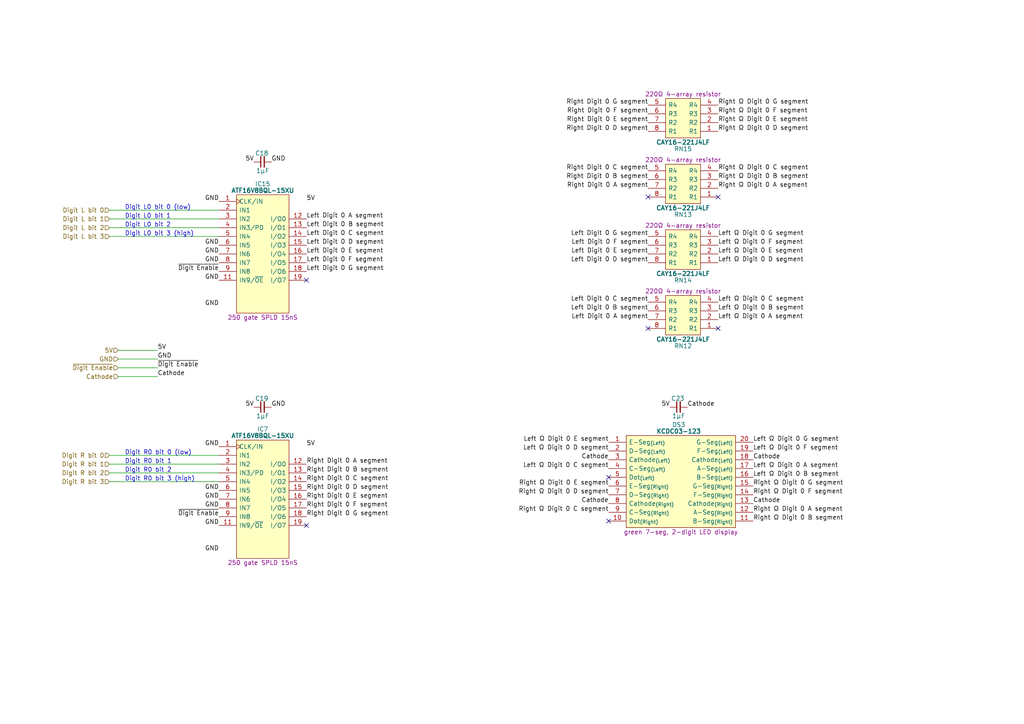
<source format=kicad_sch>
(kicad_sch (version 20231120) (generator "eeschema") (generator_version "8.0")
  (paper "A4")
  (lib_symbols
    (symbol "Bourns:CAY16-221J4LF" (pin_names (offset 0.762))
      (property "Reference" "RN" (at 10.16 5.08 0))
      (property "Value" "CAY16-221J4LF" (at 10.16 3.175 0))
      (property "Description" "220Ω 4-array resistor" (at 10.16 -10.795 0))
      (symbol "CAY16-221J4LF_0_0"
        (pin passive line (at 0 0 0) (length 5.08) (name "R1") (number "1"))
        (pin passive line (at 0 -2.54 0) (length 5.08) (name "R2") (number "2"))
        (pin passive line (at 0 -5.08 0) (length 5.08) (name "R3") (number "3"))
        (pin passive line (at 0 -7.62 0) (length 5.08) (name "R4") (number "4"))
        (pin passive line (at 20.32 -7.62 180) (length 5.08) (name "R4") (number "5"))
        (pin passive line (at 20.32 -5.08 180) (length 5.08) (name "R3") (number "6"))
        (pin passive line (at 20.32 -2.54 180) (length 5.08) (name "R2") (number "7"))
        (pin passive line (at 20.32 0 180) (length 5.08) (name "R1") (number "8"))
      )
      (symbol "CAY16-221J4LF_0_1"
        (polyline (pts (xy 5.08 1.905) (xy 15.24 1.905) (xy 15.24 -9.525) (xy 5.08 -9.525) (xy 5.08 1.905)) (stroke (width 0.1524)) (fill (type background)))
      )
    )
    (symbol "HCP65:C_0805" (pin_numbers hide) (pin_names (offset 0.254) hide)
      (property "Reference" "C" (at 2.286 2.54 0))
      (property "Value" "?μF" (at 2.54 -2.54 0))
      (symbol "C_0805_0_1"
        (polyline (pts (xy 1.9685 -1.4605) (xy 1.9685 1.5875)) (stroke (width 0.3048)))
        (polyline (pts (xy 2.9845 -1.4605) (xy 2.9845 1.5875)) (stroke (width 0.3302)))
      )
      (symbol "C_0805_1_1"
        (pin passive line (at 0 0 0) (length 2.032) (name "~") (number "1"))
        (pin passive line (at 5.08 0 180) (length 2.032) (name "~") (number "2"))
      )
    )
    (symbol "Kingbright:KCDC03-123" (pin_names (offset 0.762))
      (property "Reference" "DS" (at 20.32 5.08 0))
      (property "Value" "KCDC03-123" (at 20.32 3.175 0))
      (property "Description" "green 7-seg, 2-digit LED display" (at 20.955 -26.035 0))
      (symbol "KCDC03-123_0_0"
        (pin input line (at 0 0 0) (length 5.08) (name "E-Seg_{(Left)}") (number "1"))
        (pin input line (at 0 -22.86 0) (length 5.08) (name "Dot_{(Right)}") (number "10"))
        (pin input line (at 41.91 -22.86 180) (length 5.08) (name "B-Seg_{(Right)}") (number "11"))
        (pin input line (at 41.91 -20.32 180) (length 5.08) (name "A-Seg_{(Right)}") (number "12"))
        (pin passive line (at 41.91 -17.78 180) (length 5.08) (name "Cathode_{(Right)}") (number "13"))
        (pin input line (at 41.91 -15.24 180) (length 5.08) (name "F-Seg_{(Right)}") (number "14"))
        (pin input line (at 41.91 -12.7 180) (length 5.08) (name "G-Seg_{(Right)}") (number "15"))
        (pin input line (at 41.91 -10.16 180) (length 5.08) (name "B-Seg_{(Left)}") (number "16"))
        (pin input line (at 41.91 -7.62 180) (length 5.08) (name "A-Seg_{(Left)}") (number "17"))
        (pin passive line (at 41.91 -5.08 180) (length 5.08) (name "Cathode_{(Left)}") (number "18"))
        (pin input line (at 41.91 -2.54 180) (length 5.08) (name "F-Seg_{(Left)}") (number "19"))
        (pin input line (at 0 -2.54 0) (length 5.08) (name "D-Seg_{(Left)}") (number "2"))
        (pin input line (at 41.91 0 180) (length 5.08) (name "G-Seg_{(Left)}") (number "20"))
        (pin passive line (at 0 -5.08 0) (length 5.08) (name "Cathode_{(Left)}") (number "3"))
        (pin input line (at 0 -7.62 0) (length 5.08) (name "C-Seg_{(Left)}") (number "4"))
        (pin input line (at 0 -10.16 0) (length 5.08) (name "Dot_{(Left)}") (number "5"))
        (pin input line (at 0 -12.7 0) (length 5.08) (name "E-Seg_{(Right)}") (number "6"))
        (pin input line (at 0 -15.24 0) (length 5.08) (name "D-Seg_{(Right)}") (number "7"))
        (pin passive line (at 0 -17.78 0) (length 5.08) (name "Cathode_{(Right)}") (number "8"))
        (pin input line (at 0 -20.32 0) (length 5.08) (name "C-Seg_{(Right)}") (number "9"))
      )
      (symbol "KCDC03-123_0_1"
        (polyline (pts (xy 5.08 1.905) (xy 36.83 1.905) (xy 36.83 -24.765) (xy 5.08 -24.765) (xy 5.08 1.905)) (stroke (width 0.1524)) (fill (type background)))
      )
    )
    (symbol "Microchip:ATF16V8BQL-15XU" (pin_names (offset 0.762))
      (property "Reference" "IC" (at 12.7 5.08 0))
      (property "Value" "ATF16V8BQL-15XU" (at 12.7 3.175 0))
      (property "Description" "250 gate SPLD 15nS" (at 12.7 -33.655 0))
      (symbol "ATF16V8BQL-15XU_0_0"
        (pin input line (at 0 -22.86 0) (length 5.08) (name "IN9/~{OE}") (number "11"))
        (pin tri_state line (at 25.4 -5.08 180) (length 5.08) (name "I/O0") (number "12"))
        (pin tri_state line (at 25.4 -7.62 180) (length 5.08) (name "I/O1") (number "13"))
        (pin tri_state line (at 25.4 -10.16 180) (length 5.08) (name "I/O2") (number "14"))
        (pin tri_state line (at 25.4 -12.7 180) (length 5.08) (name "I/O3") (number "15"))
        (pin tri_state line (at 25.4 -15.24 180) (length 5.08) (name "I/O4") (number "16"))
        (pin tri_state line (at 25.4 -17.78 180) (length 5.08) (name "I/O5") (number "17"))
        (pin tri_state line (at 25.4 -20.32 180) (length 5.08) (name "I/O6") (number "18"))
        (pin tri_state line (at 25.4 -22.86 180) (length 5.08) (name "I/O7") (number "19"))
        (pin input line (at 0 -2.54 0) (length 5.08) (name "IN1") (number "2"))
        (pin input line (at 0 -5.08 0) (length 5.08) (name "IN2") (number "3"))
        (pin input line (at 0 -7.62 0) (length 5.08) (name "IN3/PD") (number "4"))
        (pin input line (at 0 -10.16 0) (length 5.08) (name "IN4") (number "5"))
        (pin input line (at 0 -12.7 0) (length 5.08) (name "IN5") (number "6"))
        (pin input line (at 0 -15.24 0) (length 5.08) (name "IN6") (number "7"))
        (pin input line (at 0 -17.78 0) (length 5.08) (name "IN7") (number "8"))
        (pin input line (at 0 -20.32 0) (length 5.08) (name "IN8") (number "9"))
      )
      (symbol "ATF16V8BQL-15XU_0_1"
        (polyline (pts (xy 5.08 1.905) (xy 20.32 1.905) (xy 20.32 -32.385) (xy 5.08 -32.385) (xy 5.08 1.905)) (stroke (width 0.1524)) (fill (type background)))
      )
      (symbol "ATF16V8BQL-15XU_1_0"
        (pin input clock (at 0 0 0) (length 5.08) (name "CLK/IN") (number "1"))
        (pin passive line (at 0 -30.48 0) (length 5.08) hide (name "GND") (number "10"))
        (pin passive line (at 25.4 0 180) (length 5.08) hide (name "5V") (number "20"))
      )
    )
  )
  (no_connect (at 88.9 152.4))
  (no_connect (at 208.28 57.15))
  (no_connect (at 88.9 81.28))
  (no_connect (at 176.53 138.43))
  (no_connect (at 208.28 95.25))
  (no_connect (at 176.53 151.13))
  (no_connect (at 187.96 57.15))
  (no_connect (at 187.96 95.25))
  (wire (pts (xy 31.75 132.08) (xy 63.5 132.08)))
  (wire (pts (xy 34.29 104.14) (xy 45.72 104.14)))
  (wire (pts (xy 34.29 109.22) (xy 45.72 109.22)))
  (wire (pts (xy 34.29 101.6) (xy 45.72 101.6)))
  (wire (pts (xy 34.29 106.68) (xy 45.72 106.68)))
  (wire (pts (xy 31.75 134.62) (xy 63.5 134.62)))
  (wire (pts (xy 31.75 137.16) (xy 63.5 137.16)))
  (wire (pts (xy 31.75 66.04) (xy 63.5 66.04)))
  (wire (pts (xy 31.75 139.7) (xy 63.5 139.7)))
  (wire (pts (xy 31.75 68.58) (xy 63.5 68.58)))
  (wire (pts (xy 31.75 63.5) (xy 63.5 63.5)))
  (wire (pts (xy 31.75 60.96) (xy 63.5 60.96)))
  (text "Digit R0 bit 0 (low)" (at 36.195 132.08 0) (effects (font (size 1.27 1.27)) (justify left bottom)))
  (text "Digit R0 bit 3 (high)" (at 36.195 139.7 0) (effects (font (size 1.27 1.27)) (justify left bottom)))
  (text "Digit R0 bit 2\n" (at 36.195 137.16 0) (effects (font (size 1.27 1.27)) (justify left bottom)))
  (text "Digit L0 bit 0 (low)" (at 36.195 60.96 0) (effects (font (size 1.27 1.27)) (justify left bottom)))
  (text "Digit L0 bit 2" (at 36.195 66.04 0) (effects (font (size 1.27 1.27)) (justify left bottom)))
  (text "Digit R0 bit 1" (at 36.195 134.62 0) (effects (font (size 1.27 1.27)) (justify left bottom)))
  (text "Digit L0 bit 3 (high)" (at 36.195 68.58 0) (effects (font (size 1.27 1.27)) (justify left bottom)))
  (text "Digit L0 bit 1" (at 36.195 63.5 0) (effects (font (size 1.27 1.27)) (justify left bottom)))
  (label "5V" (at 88.9 129.54 0))
  (label "GND" (at 63.5 160.02 180))
  (label "GND" (at 63.5 76.2 180))
  (label "GND" (at 63.5 81.28 180))
  (label "Left Ω Digit 0 D segment" (at 176.53 130.81 180))
  (label "GND" (at 63.5 142.24 180))
  (label "Left Digit 0 C segment" (at 88.9 68.58 0))
  (label "Left Digit 0 F segment" (at 187.96 71.12 180))
  (label "Right Ω Digit 0 B segment" (at 208.28 52.07 0))
  (label "Left Ω Digit 0 E segment" (at 208.28 73.66 0))
  (label "Right Digit 0 A segment" (at 187.96 54.61 180))
  (label "Right Digit 0 A segment" (at 88.9 134.62 0))
  (label "5V" (at 194.31 118.11 180))
  (label "Right Digit 0 B segment" (at 187.96 52.07 180))
  (label "Left Ω Digit 0 C segment" (at 176.53 135.89 180))
  (label "Left Ω Digit 0 G segment" (at 208.28 68.58 0))
  (label "Cathode" (at 176.53 146.05 180))
  (label "Left Ω Digit 0 D segment" (at 208.28 76.2 0))
  (label "Left Digit 0 E segment" (at 88.9 73.66 0))
  (label "Cathode" (at 199.39 118.11 0))
  (label "Right Digit 0 F segment" (at 187.96 33.02 180))
  (label "Left Digit 0 D segment" (at 187.96 76.2 180))
  (label "Left Ω Digit 0 A segment" (at 218.44 135.89 0))
  (label "GND" (at 63.5 73.66 180))
  (label "Left Digit 0 B segment" (at 187.96 90.17 180))
  (label "Right Digit 0 D segment" (at 187.96 38.1 180))
  (label "5V" (at 45.72 101.6 0))
  (label "~{Digit Enable}" (at 63.5 78.74 180))
  (label "Right Ω Digit 0 G segment" (at 208.28 30.48 0))
  (label "Cathode" (at 176.53 133.35 180))
  (label "Right Ω Digit 0 F segment" (at 218.44 143.51 0))
  (label "Left Digit 0 G segment" (at 88.9 78.74 0))
  (label "Left Ω Digit 0 A segment" (at 208.28 92.71 0))
  (label "GND" (at 63.5 147.32 180))
  (label "Right Digit 0 B segment" (at 88.9 137.16 0))
  (label "Left Digit 0 E segment" (at 187.96 73.66 180))
  (label "Left Digit 0 A segment" (at 88.9 63.5 0))
  (label "Right Digit 0 E segment" (at 88.9 144.78 0))
  (label "Right Ω Digit 0 E segment" (at 176.53 140.97 180))
  (label "Left Digit 0 D segment" (at 88.9 71.12 0))
  (label "GND" (at 63.5 152.4 180))
  (label "Right Digit 0 C segment" (at 187.96 49.53 180))
  (label "Left Digit 0 F segment" (at 88.9 76.2 0))
  (label "Left Digit 0 C segment" (at 187.96 87.63 180))
  (label "Right Ω Digit 0 G segment" (at 218.44 140.97 0))
  (label "GND" (at 78.74 118.11 0))
  (label "Cathode" (at 45.72 109.22 0))
  (label "Left Digit 0 B segment" (at 88.9 66.04 0))
  (label "Cathode" (at 218.44 133.35 0))
  (label "GND" (at 63.5 71.12 180))
  (label "~{Digit Enable}" (at 63.5 149.86 180))
  (label "Cathode" (at 218.44 146.05 0))
  (label "5V" (at 73.66 118.11 180))
  (label "GND" (at 63.5 129.54 180))
  (label "Right Ω Digit 0 E segment" (at 208.28 35.56 0))
  (label "5V" (at 88.9 58.42 0))
  (label "Left Ω Digit 0 B segment" (at 218.44 138.43 0))
  (label "~{Digit Enable}" (at 45.72 106.68 0))
  (label "Right Digit 0 G segment" (at 187.96 30.48 180))
  (label "Right Digit 0 E segment" (at 187.96 35.56 180))
  (label "Right Ω Digit 0 B segment" (at 218.44 151.13 0))
  (label "Right Digit 0 D segment" (at 88.9 142.24 0))
  (label "Left Ω Digit 0 C segment" (at 208.28 87.63 0))
  (label "5V" (at 73.66 46.99 180))
  (label "GND" (at 63.5 88.9 180))
  (label "Right Ω Digit 0 A segment" (at 208.28 54.61 0))
  (label "GND" (at 78.74 46.99 0))
  (label "Right Digit 0 F segment" (at 88.9 147.32 0))
  (label "Left Ω Digit 0 F segment" (at 218.44 130.81 0))
  (label "Right Ω Digit 0 D segment" (at 208.28 38.1 0))
  (label "Left Ω Digit 0 E segment" (at 176.53 128.27 180))
  (label "Right Digit 0 G segment" (at 88.9 149.86 0))
  (label "GND" (at 63.5 58.42 180))
  (label "Right Ω Digit 0 C segment" (at 208.28 49.53 0))
  (label "Right Ω Digit 0 C segment" (at 176.53 148.59 180))
  (label "Left Ω Digit 0 B segment" (at 208.28 90.17 0))
  (label "GND" (at 45.72 104.14 0))
  (label "Left Ω Digit 0 F segment" (at 208.28 71.12 0))
  (label "Right Digit 0 C segment" (at 88.9 139.7 0))
  (label "GND" (at 63.5 144.78 180))
  (label "Left Ω Digit 0 G segment" (at 218.44 128.27 0))
  (label "Right Ω Digit 0 F segment" (at 208.28 33.02 0))
  (label "Left Digit 0 A segment" (at 187.96 92.71 180))
  (label "Left Digit 0 G segment" (at 187.96 68.58 180))
  (label "Right Ω Digit 0 A segment" (at 218.44 148.59 0))
  (label "Right Ω Digit 0 D segment" (at 176.53 143.51 180))
  (hierarchical_label "~{Digit Enable}" (shape input) (at 34.29 106.68 180))
  (hierarchical_label "Digit L bit 3" (shape input) (at 31.75 68.58 180))
  (hierarchical_label "5V" (shape input) (at 34.29 101.6 180))
  (hierarchical_label "Digit L bit 2" (shape input) (at 31.75 66.04 180))
  (hierarchical_label "Digit R bit 2" (shape input) (at 31.75 137.16 180))
  (hierarchical_label "GND" (shape input) (at 34.29 104.14 180))
  (hierarchical_label "Digit R bit 0" (shape input) (at 31.75 132.08 180))
  (hierarchical_label "Digit L bit 1" (shape input) (at 31.75 63.5 180))
  (hierarchical_label "Digit L bit 0" (shape input) (at 31.75 60.96 180))
  (hierarchical_label "Digit R bit 3" (shape input) (at 31.75 139.7 180))
  (hierarchical_label "Cathode" (shape input) (at 34.29 109.22 180))
  (hierarchical_label "Digit R bit 1" (shape input) (at 31.75 134.62 180))
  (symbol (lib_id "Bourns:CAY16-221J4LF") (at 208.28 95.25 180) (unit 1)
    (property "Reference" "RN12" (at 198.12 100.33 0))
    (property "Value" "CAY16-221J4LF" (at 198.12 98.425 0) (effects (font (bold yes))))
    (property "Footprint" "SamacSys_Parts:CAY16-F4" (effects (hide yes)))
    (property "Datasheet" "https://www.bourns.com/docs/Product-Datasheets/CATCAY.pdf" (effects (hide yes)))
    (property "Description" "220Ω 4-array resistor" (at 198.12 84.455 0))
    (property "Height" "0.6" (effects (hide yes)))
    (property "Manufacturer_Name" "Bourns" (effects (hide yes)))
    (property "Manufacturer_Part_Number" "CAY16-221J4LF" (effects (hide yes)))
    (property "Mouser Part Number" "652-CAY16-221J4LF" (effects (hide yes)))
    (property "Mouser Price/Stock" "https://www.mouser.co.uk/ProductDetail/Bourns/CAY16-221J4LF?qs=BKfsZh40Pd9sAo64tUrb9Q%3D%3D" (effects (hide yes)))
    (property "Arrow Part Number" "CAY16-221J4LF" (effects (hide yes)))
    (property "Arrow Price/Stock" "https://www.arrow.com/en/products/cay16-221j4lf/bourns?region=nac" (effects (hide yes)))
    (property "Silkscreen" "220Ω" (effects (hide yes)))
    (property "Garbage" "Bourns CAY16 Series 220 +/-5% Isolated SMT Resistor Array, 4 Resistors, 0.25W total 1206 (3216M) package Convex" (effects (hide yes)))
    (instances (project "W65C816 Debug Display" (path "" (reference "RN12") (unit 1)) (path "" (reference "RN8") (unit 1))))
  )
  (symbol (lib_id "HCP65:C_0805") (at 73.66 118.11 0) (unit 1)
    (property "Reference" "C19" (at 75.946 115.57 0))
    (property "Value" "1µF" (at 76.2 120.65 0))
    (property "Footprint" "SamacSys_Parts:C_0805" (effects (hide yes)))
    (instances (project "W65C816 Debug Display" (path "" (reference "C19") (unit 1)) (path "" (reference "C15") (unit 1))))
  )
  (symbol (lib_id "Bourns:CAY16-221J4LF") (at 208.28 38.1 180) (unit 1)
    (property "Reference" "RN15" (at 198.12 43.18 0))
    (property "Value" "CAY16-221J4LF" (at 198.12 41.275 0) (effects (font (bold yes))))
    (property "Footprint" "SamacSys_Parts:CAY16-F4" (effects (hide yes)))
    (property "Datasheet" "https://www.bourns.com/docs/Product-Datasheets/CATCAY.pdf" (effects (hide yes)))
    (property "Description" "220Ω 4-array resistor" (at 198.12 27.305 0))
    (property "Height" "0.6" (effects (hide yes)))
    (property "Manufacturer_Name" "Bourns" (effects (hide yes)))
    (property "Manufacturer_Part_Number" "CAY16-221J4LF" (effects (hide yes)))
    (property "Mouser Part Number" "652-CAY16-221J4LF" (effects (hide yes)))
    (property "Mouser Price/Stock" "https://www.mouser.co.uk/ProductDetail/Bourns/CAY16-221J4LF?qs=BKfsZh40Pd9sAo64tUrb9Q%3D%3D" (effects (hide yes)))
    (property "Arrow Part Number" "CAY16-221J4LF" (effects (hide yes)))
    (property "Arrow Price/Stock" "https://www.arrow.com/en/products/cay16-221j4lf/bourns?region=nac" (effects (hide yes)))
    (property "Silkscreen" "220Ω" (effects (hide yes)))
    (property "Garbage" "Bourns CAY16 Series 220 +/-5% Isolated SMT Resistor Array, 4 Resistors, 0.25W total 1206 (3216M) package Convex" (effects (hide yes)))
    (instances (project "W65C816 Debug Display" (path "" (reference "RN15") (unit 1)) (path "" (reference "RN11") (unit 1))))
  )
  (symbol (lib_id "HCP65:C_0805") (at 194.31 118.11 0) (unit 1)
    (property "Reference" "C23" (at 196.596 115.57 0))
    (property "Value" "1µF" (at 196.85 120.65 0))
    (property "Footprint" "SamacSys_Parts:C_0805" (effects (hide yes)))
    (instances (project "W65C816 Opcode Display" (path "" (reference "C23") (unit 1)) (path "" (reference "C9") (unit 1))))
  )
  (symbol (lib_id "Bourns:CAY16-221J4LF") (at 208.28 57.15 180) (unit 1)
    (property "Reference" "RN13" (at 198.12 62.23 0))
    (property "Value" "CAY16-221J4LF" (at 198.12 60.325 0) (effects (font (bold yes))))
    (property "Footprint" "SamacSys_Parts:CAY16-F4" (effects (hide yes)))
    (property "Datasheet" "https://www.bourns.com/docs/Product-Datasheets/CATCAY.pdf" (effects (hide yes)))
    (property "Description" "220Ω 4-array resistor" (at 198.12 46.355 0))
    (property "Height" "0.6" (effects (hide yes)))
    (property "Manufacturer_Name" "Bourns" (effects (hide yes)))
    (property "Manufacturer_Part_Number" "CAY16-221J4LF" (effects (hide yes)))
    (property "Mouser Part Number" "652-CAY16-221J4LF" (effects (hide yes)))
    (property "Mouser Price/Stock" "https://www.mouser.co.uk/ProductDetail/Bourns/CAY16-221J4LF?qs=BKfsZh40Pd9sAo64tUrb9Q%3D%3D" (effects (hide yes)))
    (property "Arrow Part Number" "CAY16-221J4LF" (effects (hide yes)))
    (property "Arrow Price/Stock" "https://www.arrow.com/en/products/cay16-221j4lf/bourns?region=nac" (effects (hide yes)))
    (property "Silkscreen" "220Ω" (effects (hide yes)))
    (property "Garbage" "Bourns CAY16 Series 220 +/-5% Isolated SMT Resistor Array, 4 Resistors, 0.25W total 1206 (3216M) package Convex" (effects (hide yes)))
    (instances (project "W65C816 Debug Display" (path "" (reference "RN13") (unit 1)) (path "" (reference "RN9") (unit 1))))
  )
  (symbol (lib_id "Bourns:CAY16-221J4LF") (at 208.28 76.2 180) (unit 1)
    (property "Reference" "RN14" (at 198.12 81.28 0))
    (property "Value" "CAY16-221J4LF" (at 198.12 79.375 0) (effects (font (bold yes))))
    (property "Footprint" "SamacSys_Parts:CAY16-F4" (effects (hide yes)))
    (property "Datasheet" "https://www.bourns.com/docs/Product-Datasheets/CATCAY.pdf" (effects (hide yes)))
    (property "Description" "220Ω 4-array resistor" (at 198.12 65.405 0))
    (property "Height" "0.6" (effects (hide yes)))
    (property "Manufacturer_Name" "Bourns" (effects (hide yes)))
    (property "Manufacturer_Part_Number" "CAY16-221J4LF" (effects (hide yes)))
    (property "Mouser Part Number" "652-CAY16-221J4LF" (effects (hide yes)))
    (property "Mouser Price/Stock" "https://www.mouser.co.uk/ProductDetail/Bourns/CAY16-221J4LF?qs=BKfsZh40Pd9sAo64tUrb9Q%3D%3D" (effects (hide yes)))
    (property "Arrow Part Number" "CAY16-221J4LF" (effects (hide yes)))
    (property "Arrow Price/Stock" "https://www.arrow.com/en/products/cay16-221j4lf/bourns?region=nac" (effects (hide yes)))
    (property "Silkscreen" "220Ω" (effects (hide yes)))
    (property "Garbage" "Bourns CAY16 Series 220 +/-5% Isolated SMT Resistor Array, 4 Resistors, 0.25W total 1206 (3216M) package Convex" (effects (hide yes)))
    (instances (project "W65C816 Debug Display" (path "" (reference "RN14") (unit 1)) (path "" (reference "RN10") (unit 1))))
  )
  (symbol (lib_id "HCP65:C_0805") (at 73.66 46.99 0) (unit 1)
    (property "Reference" "C18" (at 75.946 44.45 0))
    (property "Value" "1µF" (at 76.2 49.53 0))
    (property "Footprint" "SamacSys_Parts:C_0805" (effects (hide yes)))
    (instances (project "W65C816 Debug Display" (path "" (reference "C18") (unit 1)) (path "" (reference "C14") (unit 1))))
  )
  (symbol (lib_id "Microchip:ATF16V8BQL-15XU") (at 63.5 129.54 0) (unit 1)
    (property "Reference" "IC7" (at 76.2 124.46 0))
    (property "Value" "ATF16V8BQL-15XU" (at 76.2 126.365 0) (effects (font (thickness 0.254) (bold yes))))
    (property "Footprint" "SamacSys_Parts:SOP65P640X120-20N" (effects (hide yes)))
    (property "Datasheet" "http://www.microchip.com/mymicrochip/filehandler.aspx?ddocname=en589395" (effects (hide yes)))
    (property "Description" "250 gate SPLD 15nS" (at 76.2 163.195 0))
    (property "Height" "1.2" (effects (hide yes)))
    (property "Manufacturer_Name" "Microchip" (effects (hide yes)))
    (property "Manufacturer_Part_Number" "ATF16V8BQL-15XU" (effects (hide yes)))
    (property "Mouser Part Number" "556-AF16V8BQL15XU" (effects (hide yes)))
    (property "Mouser Price/Stock" "https://www.mouser.co.uk/ProductDetail/Microchip-Technology/ATF16V8BQL-15XU?qs=2nyfZ6BV3ojQExtk%2F%2FdRRA%3D%3D" (effects (hide yes)))
    (property "Silkscreen" "ATF16V8" (effects (hide yes)))
    (instances (project "W65C816 Debug Display" (path "" (reference "IC7") (unit 1)) (path "" (reference "IC6") (unit 1))))
  )
  (symbol (lib_id "Kingbright:KCDC03-123") (at 176.53 128.27 0) (unit 1)
    (property "Reference" "DS3" (at 196.85 123.19 0))
    (property "Value" "KCDC03-123" (at 196.85 125.095 0) (effects (font (bold yes))))
    (property "Footprint" "SamacSys_Parts:KCDC03123" (effects (hide yes)))
    (property "Datasheet" "http://www.kingbright.com/attachments/file/psearch/000/00/20160808bak/KCDC03-123(Ver.10A).pdf" (effects (hide yes)))
    (property "Description" "green 7-seg, 2-digit LED display" (at 197.485 154.305 0))
    (property "Height" "4.1" (effects (hide yes)))
    (property "Manufacturer_Name" "Kingbright" (effects (hide yes)))
    (property "Manufacturer_Part_Number" "KCDC03-123" (effects (hide yes)))
    (property "Mouser Part Number" "N/A" (effects (hide yes)))
    (property "Mouser Price/Stock" "http://www.mouser.com/Search/ProductDetail.aspx?qs=2JU0tDl2GZ3i3Ngnh7RV3w%3d%3d" (effects (hide yes)))
    (property "Silkscreen" "KCDC03-123" (effects (hide yes)))
    (instances (project "W65C816 Debug Display" (path "" (reference "DS3") (unit 1)) (path "" (reference "DS2") (unit 1))))
  )
  (symbol (lib_id "Microchip:ATF16V8BQL-15XU") (at 63.5 58.42 0) (unit 1)
    (property "Reference" "IC15" (at 76.2 53.34 0))
    (property "Value" "ATF16V8BQL-15XU" (at 76.2 55.245 0) (effects (font (thickness 0.254) (bold yes))))
    (property "Footprint" "SamacSys_Parts:SOP65P640X120-20N" (effects (hide yes)))
    (property "Datasheet" "http://www.microchip.com/mymicrochip/filehandler.aspx?ddocname=en589395" (effects (hide yes)))
    (property "Description" "250 gate SPLD 15nS" (at 76.2 92.075 0))
    (property "Height" "1.2" (effects (hide yes)))
    (property "Manufacturer_Name" "Microchip" (effects (hide yes)))
    (property "Manufacturer_Part_Number" "ATF16V8BQL-15XU" (effects (hide yes)))
    (property "Mouser Part Number" "556-AF16V8BQL15XU" (effects (hide yes)))
    (property "Mouser Price/Stock" "https://www.mouser.co.uk/ProductDetail/Microchip-Technology/ATF16V8BQL-15XU?qs=2nyfZ6BV3ojQExtk%2F%2FdRRA%3D%3D" (effects (hide yes)))
    (property "Silkscreen" "ATF16V8" (effects (hide yes)))
    (instances (project "" (path "" (reference "IC15") (unit 1)) (path "" (reference "IC14") (unit 1))))
  )
)
</source>
